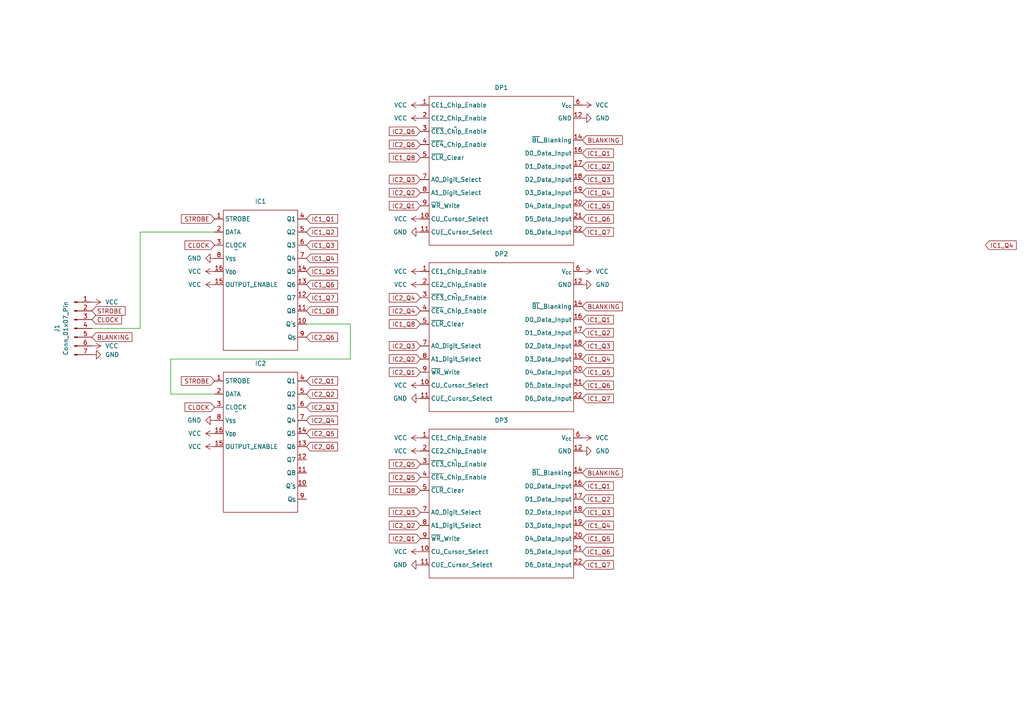
<source format=kicad_sch>
(kicad_sch (version 20230121) (generator eeschema)
  (paper "A4")
  (lib_symbols
    (symbol "Beolab:DLG3416"
      (property "Reference" "DP" (at 0 -8.89 0))
      (symbol "DLG3416_0_1"
        (rectangle (start -7.62 0) (end 34.29 -43.18))
      )
      (symbol "DLG3416_1_1"
        (pin input line (at -10.16 -2.54 0) (length 2.54) (name "CE1_Chip_Enable") (number "1"))
        (pin input line (at -10.16 -35.56 0) (length 2.54) (name "CU_Cursor_Select") (number "10"))
        (pin input line (at -10.16 -39.37 0) (length 2.54) (name "CUE_Cursor_Select") (number "11"))
        (pin input line (at 36.83 -6.35 180) (length 2.54) (name "GND") (number "12"))
        (pin input line (at 36.83 -12.7 180) (length 2.54) (name "~{BL}_Blanking") (number "14"))
        (pin input line (at 36.83 -16.51 180) (length 2.54) (name "D0_Data_Input") (number "16"))
        (pin input line (at 36.83 -20.32 180) (length 2.54) (name "D1_Data_Input") (number "17"))
        (pin input line (at 36.83 -24.13 180) (length 2.54) (name "D2_Data_Input") (number "18"))
        (pin input line (at 36.83 -27.94 180) (length 2.54) (name "D3_Data_Input") (number "19"))
        (pin input line (at -10.16 -6.35 0) (length 2.54) (name "CE2_Chip_Enable") (number "2"))
        (pin input line (at 36.83 -31.75 180) (length 2.54) (name "D4_Data_Input") (number "20"))
        (pin input line (at 36.83 -35.56 180) (length 2.54) (name "D5_Data_Input") (number "21"))
        (pin input line (at 36.83 -39.37 180) (length 2.54) (name "D6_Data_Input") (number "22"))
        (pin input line (at -10.16 -10.16 0) (length 2.54) (name "~{CE3}_Chip_Enable") (number "3"))
        (pin input line (at -10.16 -13.97 0) (length 2.54) (name "~{CE4}_Chip_Enable") (number "4"))
        (pin input line (at -10.16 -17.78 0) (length 2.54) (name "~{CLR}_Clear") (number "5"))
        (pin input line (at 36.83 -2.54 180) (length 2.54) (name "V_{cc}") (number "6"))
        (pin input line (at -10.16 -24.13 0) (length 2.54) (name "A0_Digit_Select") (number "7"))
        (pin input line (at -10.16 -27.94 0) (length 2.54) (name "A1_Digit_Select") (number "8"))
        (pin input line (at -10.16 -31.75 0) (length 2.54) (name "~{WR}_Write") (number "9"))
      )
    )
    (symbol "Connector:Conn_01x07_Pin" (pin_names (offset 1.016) hide)
      (property "Reference" "J" (at 0 10.16 0))
      (property "Value" "Conn_01x07_Pin" (at 0 -10.16 0))
      (symbol "Conn_01x07_Pin_1_1"
        (polyline (pts (xy 1.27 -7.62) (xy 0.8636 -7.62)) (stroke (width 0.1524)))
        (polyline (pts (xy 1.27 -5.08) (xy 0.8636 -5.08)) (stroke (width 0.1524)))
        (polyline (pts (xy 1.27 -2.54) (xy 0.8636 -2.54)) (stroke (width 0.1524)))
        (polyline (pts (xy 1.27 0) (xy 0.8636 0)) (stroke (width 0.1524)))
        (polyline (pts (xy 1.27 2.54) (xy 0.8636 2.54)) (stroke (width 0.1524)))
        (polyline (pts (xy 1.27 5.08) (xy 0.8636 5.08)) (stroke (width 0.1524)))
        (polyline (pts (xy 1.27 7.62) (xy 0.8636 7.62)) (stroke (width 0.1524)))
        (rectangle (start 0.8636 -7.493) (end 0 -7.747) (stroke (width 0.1524)) (fill (type outline)))
        (rectangle (start 0.8636 -4.953) (end 0 -5.207) (stroke (width 0.1524)) (fill (type outline)))
        (rectangle (start 0.8636 -2.413) (end 0 -2.667) (stroke (width 0.1524)) (fill (type outline)))
        (rectangle (start 0.8636 0.127) (end 0 -0.127) (stroke (width 0.1524)) (fill (type outline)))
        (rectangle (start 0.8636 2.667) (end 0 2.413) (stroke (width 0.1524)) (fill (type outline)))
        (rectangle (start 0.8636 5.207) (end 0 4.953) (stroke (width 0.1524)) (fill (type outline)))
        (rectangle (start 0.8636 7.747) (end 0 7.493) (stroke (width 0.1524)) (fill (type outline)))
        (pin passive line (at 5.08 7.62 180) (length 3.81) (name "Pin_1") (number "1"))
        (pin passive line (at 5.08 5.08 180) (length 3.81) (name "Pin_2") (number "2"))
        (pin passive line (at 5.08 2.54 180) (length 3.81) (name "Pin_3") (number "3"))
        (pin passive line (at 5.08 0 180) (length 3.81) (name "Pin_4") (number "4"))
        (pin passive line (at 5.08 -2.54 180) (length 3.81) (name "Pin_5") (number "5"))
        (pin passive line (at 5.08 -5.08 180) (length 3.81) (name "Pin_6") (number "6"))
        (pin passive line (at 5.08 -7.62 180) (length 3.81) (name "Pin_7") (number "7"))
      )
    )
    (symbol "MC14094B_1"
      (property "Reference" "U" (at 7.62 5.08 0))
      (symbol "MC14094B_1_0_1"
        (rectangle (start -3.81 25.4) (end 17.78 -15.24))
      )
      (symbol "MC14094B_1_1_1"
        (pin input line (at -6.35 22.86 0) (length 2.54) (name "STROBE") (number "1"))
        (pin input line (at 20.32 -7.62 180) (length 2.54) (name "Q´_{S}") (number "10"))
        (pin input line (at 20.32 -3.81 180) (length 2.54) (name "Q8") (number "11"))
        (pin input line (at 20.32 0 180) (length 2.54) (name "Q7") (number "12"))
        (pin input line (at 20.32 3.81 180) (length 2.54) (name "Q6") (number "13"))
        (pin input line (at 20.32 7.62 180) (length 2.54) (name "Q5") (number "14"))
        (pin input line (at -6.35 3.81 0) (length 2.54) (name "OUTPUT_ENABLE") (number "15"))
        (pin input line (at -6.35 7.62 0) (length 2.54) (name "V_{DD}") (number "16"))
        (pin input line (at -6.35 19.05 0) (length 2.54) (name "DATA") (number "2"))
        (pin input line (at -6.35 15.24 0) (length 2.54) (name "CLOCK") (number "3"))
        (pin input line (at 20.32 22.86 180) (length 2.54) (name "Q1") (number "4"))
        (pin input line (at 20.32 19.05 180) (length 2.54) (name "Q2") (number "5"))
        (pin input line (at 20.32 15.24 180) (length 2.54) (name "Q3") (number "6"))
        (pin input line (at 20.32 11.43 180) (length 2.54) (name "Q4") (number "7"))
        (pin input line (at -6.35 11.43 0) (length 2.54) (name "V_{SS}") (number "8"))
        (pin input line (at 20.32 -11.43 180) (length 2.54) (name "Q_{S}") (number "9"))
      )
    )
    (symbol "power:GND" (power) (pin_names (offset 0))
      (property "Value" "GND" (at 0 -3.81 0))
      (symbol "GND_0_1"
        (polyline (pts (xy 0 0) (xy 0 -1.27) (xy 1.27 -1.27) (xy 0 -2.54) (xy -1.27 -1.27) (xy 0 -1.27)))
      )
      (symbol "GND_1_1"
        (pin power_in line (at 0 0 270) (length 0) hide (name "GND") (number "1"))
      )
    )
    (symbol "power:VCC" (power) (pin_names (offset 0))
      (property "Value" "VCC" (at 0 3.81 0))
      (symbol "VCC_0_1"
        (polyline (pts (xy -0.762 1.27) (xy 0 2.54)))
        (polyline (pts (xy 0 0) (xy 0 2.54)))
        (polyline (pts (xy 0 2.54) (xy 0.762 1.27)))
      )
      (symbol "VCC_1_1"
        (pin power_in line (at 0 0 90) (length 0) hide (name "VCC") (number "1"))
      )
    )
  )
  (wire (pts (xy 49.53 114.3) (xy 62.23 114.3)))
  (wire (pts (xy 88.9 93.98) (xy 101.6 93.98)))
  (wire (pts (xy 101.6 93.98) (xy 101.6 104.14)))
  (wire (pts (xy 62.23 67.31) (xy 40.64 67.31)))
  (wire (pts (xy 49.53 104.14) (xy 49.53 114.3)))
  (wire (pts (xy 101.6 104.14) (xy 49.53 104.14)))
  (wire (pts (xy 40.64 95.25) (xy 26.67 95.25)))
  (wire (pts (xy 40.64 67.31) (xy 40.64 95.25)))
  (global_label "IC1_Q7" (shape input) (at 88.9 86.36 0) (property "Intersheetrefs" "${INTERSHEET_REFS}" (effects hide)))
  (global_label "IC2_Q4" (shape input) (at 121.92 86.36 180) (property "Intersheetrefs" "${INTERSHEET_REFS}" (effects hide)))
  (global_label "IC1_Q4" (shape input) (at 168.91 104.14 0) (property "Intersheetrefs" "${INTERSHEET_REFS}" (effects hide)))
  (global_label "IC2_Q6" (shape input) (at 121.92 41.91 180) (property "Intersheetrefs" "${INTERSHEET_REFS}" (effects hide)))
  (global_label "CLOCK" (shape input) (at 62.23 71.12 180) (property "Intersheetrefs" "${INTERSHEET_REFS}" (effects hide)))
  (global_label "IC1_Q8" (shape input) (at 121.92 45.72 180) (property "Intersheetrefs" "${INTERSHEET_REFS}" (effects hide)))
  (global_label "IC2_Q6" (shape input) (at 121.92 38.1 180) (property "Intersheetrefs" "${INTERSHEET_REFS}" (effects hide)))
  (global_label "IC2_Q5" (shape input) (at 121.92 138.43 180) (property "Intersheetrefs" "${INTERSHEET_REFS}" (effects hide)))
  (global_label "IC2_Q2" (shape input) (at 121.92 55.88 180) (property "Intersheetrefs" "${INTERSHEET_REFS}" (effects hide)))
  (global_label "IC1_Q1" (shape input) (at 168.91 92.71 0) (property "Intersheetrefs" "${INTERSHEET_REFS}" (effects hide)))
  (global_label "IC2_Q4" (shape input) (at 121.92 90.17 180) (property "Intersheetrefs" "${INTERSHEET_REFS}" (effects hide)))
  (global_label "IC2_Q3" (shape input) (at 121.92 52.07 180) (property "Intersheetrefs" "${INTERSHEET_REFS}" (effects hide)))
  (global_label "IC2_Q3" (shape input) (at 88.9 118.11 0) (property "Intersheetrefs" "${INTERSHEET_REFS}" (effects hide)))
  (global_label "IC1_Q2" (shape input) (at 168.91 48.26 0) (property "Intersheetrefs" "${INTERSHEET_REFS}" (effects hide)))
  (global_label "IC1_Q1" (shape input) (at 88.9 63.5 0) (property "Intersheetrefs" "${INTERSHEET_REFS}" (effects hide)))
  (global_label "IC2_Q5" (shape input) (at 88.9 125.73 0) (property "Intersheetrefs" "${INTERSHEET_REFS}" (effects hide)))
  (global_label "IC1_Q4" (shape input) (at 285.75 71.12 0) (property "Intersheetrefs" "${INTERSHEET_REFS}" (effects hide)))
  (global_label "IC1_Q7" (shape input) (at 168.91 115.57 0) (property "Intersheetrefs" "${INTERSHEET_REFS}" (effects hide)))
  (global_label "IC2_Q1" (shape input) (at 88.9 110.49 0) (property "Intersheetrefs" "${INTERSHEET_REFS}" (effects hide)))
  (global_label "STROBE" (shape input) (at 62.23 110.49 180) (property "Intersheetrefs" "${INTERSHEET_REFS}" (effects hide)))
  (global_label "IC1_Q7" (shape input) (at 168.91 163.83 0) (property "Intersheetrefs" "${INTERSHEET_REFS}" (effects hide)))
  (global_label "IC1_Q6" (shape input) (at 168.91 160.02 0) (property "Intersheetrefs" "${INTERSHEET_REFS}" (effects hide)))
  (global_label "IC1_Q3" (shape input) (at 168.91 148.59 0) (property "Intersheetrefs" "${INTERSHEET_REFS}" (effects hide)))
  (global_label "STROBE" (shape input) (at 62.23 63.5 180) (property "Intersheetrefs" "${INTERSHEET_REFS}" (effects hide)))
  (global_label "IC1_Q8" (shape input) (at 121.92 142.24 180) (property "Intersheetrefs" "${INTERSHEET_REFS}" (effects hide)))
  (global_label "BLANKING" (shape input) (at 168.91 40.64 0) (property "Intersheetrefs" "${INTERSHEET_REFS}" (effects hide)))
  (global_label "IC2_Q1" (shape input) (at 121.92 156.21 180) (property "Intersheetrefs" "${INTERSHEET_REFS}" (effects hide)))
  (global_label "IC1_Q3" (shape input) (at 168.91 52.07 0) (property "Intersheetrefs" "${INTERSHEET_REFS}" (effects hide)))
  (global_label "IC1_Q5" (shape input) (at 168.91 156.21 0) (property "Intersheetrefs" "${INTERSHEET_REFS}" (effects hide)))
  (global_label "CLOCK" (shape input) (at 62.23 118.11 180) (property "Intersheetrefs" "${INTERSHEET_REFS}" (effects hide)))
  (global_label "IC1_Q4" (shape input) (at 168.91 55.88 0) (property "Intersheetrefs" "${INTERSHEET_REFS}" (effects hide)))
  (global_label "IC2_Q3" (shape input) (at 121.92 100.33 180) (property "Intersheetrefs" "${INTERSHEET_REFS}" (effects hide)))
  (global_label "IC1_Q5" (shape input) (at 168.91 59.69 0) (property "Intersheetrefs" "${INTERSHEET_REFS}" (effects hide)))
  (global_label "IC1_Q1" (shape input) (at 168.91 140.97 0) (property "Intersheetrefs" "${INTERSHEET_REFS}" (effects hide)))
  (global_label "IC2_Q6" (shape input) (at 88.9 129.54 0) (property "Intersheetrefs" "${INTERSHEET_REFS}" (effects hide)))
  (global_label "IC2_Q3" (shape input) (at 121.92 148.59 180) (property "Intersheetrefs" "${INTERSHEET_REFS}" (effects hide)))
  (global_label "BLANKING" (shape input) (at 168.91 88.9 0) (property "Intersheetrefs" "${INTERSHEET_REFS}" (effects hide)))
  (global_label "IC1_Q8" (shape input) (at 88.9 90.17 0) (property "Intersheetrefs" "${INTERSHEET_REFS}" (effects hide)))
  (global_label "IC2_Q2" (shape input) (at 121.92 152.4 180) (property "Intersheetrefs" "${INTERSHEET_REFS}" (effects hide)))
  (global_label "IC2_Q2" (shape input) (at 88.9 114.3 0) (property "Intersheetrefs" "${INTERSHEET_REFS}" (effects hide)))
  (global_label "BLANKING" (shape input) (at 168.91 137.16 0) (property "Intersheetrefs" "${INTERSHEET_REFS}" (effects hide)))
  (global_label "IC1_Q2" (shape input) (at 168.91 144.78 0) (property "Intersheetrefs" "${INTERSHEET_REFS}" (effects hide)))
  (global_label "IC1_Q4" (shape input) (at 168.91 152.4 0) (property "Intersheetrefs" "${INTERSHEET_REFS}" (effects hide)))
  (global_label "IC1_Q1" (shape input) (at 168.91 44.45 0) (property "Intersheetrefs" "${INTERSHEET_REFS}" (effects hide)))
  (global_label "IC1_Q8" (shape input) (at 121.92 93.98 180) (property "Intersheetrefs" "${INTERSHEET_REFS}" (effects hide)))
  (global_label "IC1_Q3" (shape input) (at 168.91 100.33 0) (property "Intersheetrefs" "${INTERSHEET_REFS}" (effects hide)))
  (global_label "IC2_Q1" (shape input) (at 121.92 107.95 180) (property "Intersheetrefs" "${INTERSHEET_REFS}" (effects hide)))
  (global_label "IC1_Q5" (shape input) (at 88.9 78.74 0) (property "Intersheetrefs" "${INTERSHEET_REFS}" (effects hide)))
  (global_label "STROBE" (shape input) (at 26.67 90.17 0) (property "Intersheetrefs" "${INTERSHEET_REFS}" (effects hide)))
  (global_label "IC1_Q4" (shape input) (at 88.9 74.93 0) (property "Intersheetrefs" "${INTERSHEET_REFS}" (effects hide)))
  (global_label "CLOCK" (shape input) (at 26.67 92.71 0) (property "Intersheetrefs" "${INTERSHEET_REFS}" (effects hide)))
  (global_label "IC1_Q6" (shape input) (at 168.91 63.5 0) (property "Intersheetrefs" "${INTERSHEET_REFS}" (effects hide)))
  (global_label "IC2_Q5" (shape input) (at 121.92 134.62 180) (property "Intersheetrefs" "${INTERSHEET_REFS}" (effects hide)))
  (global_label "IC1_Q2" (shape input) (at 168.91 96.52 0) (property "Intersheetrefs" "${INTERSHEET_REFS}" (effects hide)))
  (global_label "IC2_Q6" (shape input) (at 88.9 97.79 0) (property "Intersheetrefs" "${INTERSHEET_REFS}" (effects hide)))
  (global_label "IC2_Q1" (shape input) (at 121.92 59.69 180) (property "Intersheetrefs" "${INTERSHEET_REFS}" (effects hide)))
  (global_label "IC1_Q6" (shape input) (at 88.9 82.55 0) (property "Intersheetrefs" "${INTERSHEET_REFS}" (effects hide)))
  (global_label "BLANKING" (shape input) (at 26.67 97.79 0) (property "Intersheetrefs" "${INTERSHEET_REFS}" (effects hide)))
  (global_label "IC1_Q6" (shape input) (at 168.91 111.76 0) (property "Intersheetrefs" "${INTERSHEET_REFS}" (effects hide)))
  (global_label "IC2_Q2" (shape input) (at 121.92 104.14 180) (property "Intersheetrefs" "${INTERSHEET_REFS}" (effects hide)))
  (global_label "IC1_Q2" (shape input) (at 88.9 67.31 0) (property "Intersheetrefs" "${INTERSHEET_REFS}" (effects hide)))
  (global_label "IC2_Q4" (shape input) (at 88.9 121.92 0) (property "Intersheetrefs" "${INTERSHEET_REFS}" (effects hide)))
  (global_label "IC1_Q7" (shape input) (at 168.91 67.31 0) (property "Intersheetrefs" "${INTERSHEET_REFS}" (effects hide)))
  (global_label "IC1_Q5" (shape input) (at 168.91 107.95 0) (property "Intersheetrefs" "${INTERSHEET_REFS}" (effects hide)))
  (global_label "IC1_Q3" (shape input) (at 88.9 71.12 0) (property "Intersheetrefs" "${INTERSHEET_REFS}" (effects hide)))
  (symbol (lib_id "power:VCC") (at 62.23 82.55 90) (unit 1)
    (property "Reference" "#PWR026" (effects hide))
    (property "Value" "VCC" (at 58.42 82.55 90) (effects (justify left)))
  )
  (symbol (lib_id "Connector:Conn_01x07_Pin") (at 21.59 95.25 0) (unit 1)
    (property "Reference" "J1" (at 16.51 95.25 90))
    (property "Value" "Conn_01x07_Pin" (at 19.05 95.25 90))
  )
  (symbol (lib_id "power:VCC") (at 168.91 30.48 270) (unit 1)
    (property "Reference" "#PWR09" (effects hide))
    (property "Value" "VCC" (at 172.72 30.48 90) (effects (justify left)))
  )
  (symbol (lib_id "power:GND") (at 121.92 67.31 270) (unit 1)
    (property "Reference" "#PWR03" (effects hide))
    (property "Value" "GND" (at 118.11 67.31 90) (effects (justify right)))
  )
  (symbol (lib_id "power:GND") (at 62.23 74.93 270) (unit 1)
    (property "Reference" "#PWR023" (effects hide))
    (property "Value" "GND" (at 58.42 74.93 90) (effects (justify right)))
  )
  (symbol (lib_id "Beolab:DLG3416") (at 132.08 124.46 0) (unit 1)
    (property "Reference" "DP3" (at 145.415 121.92 0))
    (property "Value" "~" (at 132.08 133.35 0))
  )
  (symbol (lib_id "power:VCC") (at 62.23 129.54 90) (unit 1)
    (property "Reference" "#PWR027" (effects hide))
    (property "Value" "VCC" (at 58.42 129.54 90) (effects (justify left)))
  )
  (symbol (lib_id "power:VCC") (at 121.92 82.55 90) (unit 1)
    (property "Reference" "#PWR015" (effects hide))
    (property "Value" "VCC" (at 118.11 82.55 90) (effects (justify left)))
  )
  (symbol (lib_name "MC14094B_1") (lib_id "Beolab:MC14094B") (at 68.58 133.35 0) (unit 1)
    (property "Reference" "IC2" (at 75.565 105.41 0))
    (property "Value" "~" (at 68.58 119.38 0))
  )
  (symbol (lib_id "power:GND") (at 121.92 163.83 270) (unit 1)
    (property "Reference" "#PWR02" (effects hide))
    (property "Value" "GND" (at 118.11 163.83 90) (effects (justify right)))
  )
  (symbol (lib_name "MC14094B_1") (lib_id "Beolab:MC14094B") (at 68.58 86.36 0) (unit 1)
    (property "Reference" "IC1" (at 75.565 58.42 0))
    (property "Value" "~" (at 68.58 72.39 0))
  )
  (symbol (lib_id "power:GND") (at 62.23 121.92 270) (unit 1)
    (property "Reference" "#PWR08" (effects hide))
    (property "Value" "GND" (at 58.42 121.92 90) (effects (justify right)))
  )
  (symbol (lib_id "power:VCC") (at 62.23 125.73 90) (unit 1)
    (property "Reference" "#PWR022" (effects hide))
    (property "Value" "VCC" (at 58.42 125.73 90) (effects (justify left)))
  )
  (symbol (lib_id "power:VCC") (at 26.67 100.33 270) (unit 1)
    (property "Reference" "#PWR021" (effects hide))
    (property "Value" "VCC" (at 30.48 100.33 90) (effects (justify left)))
  )
  (symbol (lib_id "Beolab:DLG3416") (at 132.08 27.94 0) (unit 1)
    (property "Reference" "DP1" (at 145.415 25.4 0))
    (property "Value" "~" (at 132.08 36.83 0))
  )
  (symbol (lib_id "power:VCC") (at 168.91 78.74 270) (unit 1)
    (property "Reference" "#PWR014" (effects hide))
    (property "Value" "VCC" (at 172.72 78.74 90) (effects (justify left)))
  )
  (symbol (lib_id "power:VCC") (at 121.92 34.29 90) (unit 1)
    (property "Reference" "#PWR011" (effects hide))
    (property "Value" "VCC" (at 118.11 34.29 90) (effects (justify left)))
  )
  (symbol (lib_id "power:VCC") (at 121.92 127 90) (unit 1)
    (property "Reference" "#PWR019" (effects hide))
    (property "Value" "VCC" (at 118.11 127 90) (effects (justify left)))
  )
  (symbol (lib_id "power:GND") (at 26.67 102.87 90) (unit 1)
    (property "Reference" "#PWR07" (effects hide))
    (property "Value" "GND" (at 30.48 102.87 90) (effects (justify right)))
  )
  (symbol (lib_id "power:VCC") (at 121.92 78.74 90) (unit 1)
    (property "Reference" "#PWR013" (effects hide))
    (property "Value" "VCC" (at 118.11 78.74 90) (effects (justify left)))
  )
  (symbol (lib_id "power:VCC") (at 168.91 127 270) (unit 1)
    (property "Reference" "#PWR018" (effects hide))
    (property "Value" "VCC" (at 172.72 127 90) (effects (justify left)))
  )
  (symbol (lib_id "power:GND") (at 168.91 82.55 90) (unit 1)
    (property "Reference" "#PWR04" (effects hide))
    (property "Value" "GND" (at 172.72 82.55 90) (effects (justify right)))
  )
  (symbol (lib_id "power:VCC") (at 62.23 78.74 90) (unit 1)
    (property "Reference" "#PWR024" (effects hide))
    (property "Value" "VCC" (at 58.42 78.74 90) (effects (justify left)))
  )
  (symbol (lib_id "power:VCC") (at 121.92 130.81 90) (unit 1)
    (property "Reference" "#PWR020" (effects hide))
    (property "Value" "VCC" (at 118.11 130.81 90) (effects (justify left)))
  )
  (symbol (lib_id "Beolab:DLG3416") (at 132.08 76.2 0) (unit 1)
    (property "Reference" "DP2" (at 145.415 73.66 0))
    (property "Value" "~" (at 132.08 85.09 0))
  )
  (symbol (lib_id "power:VCC") (at 121.92 30.48 90) (unit 1)
    (property "Reference" "#PWR010" (effects hide))
    (property "Value" "VCC" (at 118.11 30.48 90) (effects (justify left)))
  )
  (symbol (lib_id "power:VCC") (at 121.92 63.5 90) (unit 1)
    (property "Reference" "#PWR012" (effects hide))
    (property "Value" "VCC" (at 118.11 63.5 90) (effects (justify left)))
  )
  (symbol (lib_id "power:VCC") (at 121.92 111.76 90) (unit 1)
    (property "Reference" "#PWR016" (effects hide))
    (property "Value" "VCC" (at 118.11 111.76 90) (effects (justify left)))
  )
  (symbol (lib_id "power:GND") (at 168.91 130.81 90) (unit 1)
    (property "Reference" "#PWR06" (effects hide))
    (property "Value" "GND" (at 172.72 130.81 90) (effects (justify right)))
  )
  (symbol (lib_id "power:GND") (at 168.91 34.29 90) (unit 1)
    (property "Reference" "#PWR05" (effects hide))
    (property "Value" "GND" (at 172.72 34.29 90) (effects (justify right)))
  )
  (symbol (lib_id "power:VCC") (at 121.92 160.02 90) (unit 1)
    (property "Reference" "#PWR017" (effects hide))
    (property "Value" "VCC" (at 118.11 160.02 90) (effects (justify left)))
  )
  (symbol (lib_id "power:GND") (at 121.92 115.57 270) (unit 1)
    (property "Reference" "#PWR01" (effects hide))
    (property "Value" "GND" (at 118.11 115.57 90) (effects (justify right)))
  )
  (symbol (lib_id "power:VCC") (at 26.67 87.63 270) (unit 1)
    (property "Reference" "#PWR025" (effects hide))
    (property "Value" "VCC" (at 30.48 87.63 90) (effects (justify left)))
  )
)
</source>
